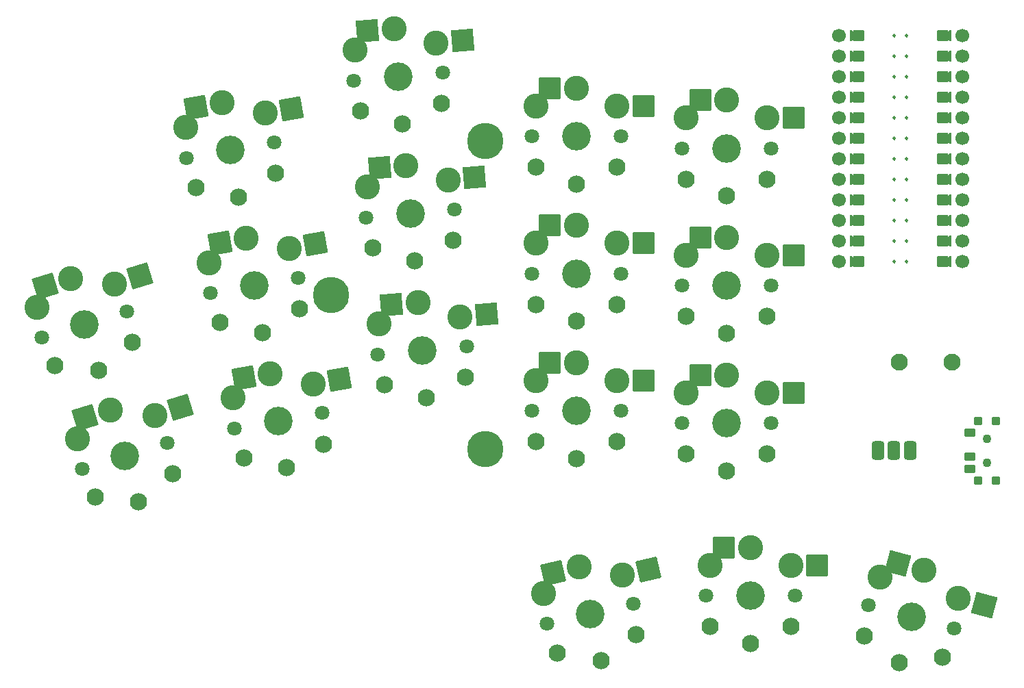
<source format=gbs>
%TF.GenerationSoftware,KiCad,Pcbnew,(6.0.4)*%
%TF.CreationDate,2022-05-26T21:53:47+02:00*%
%TF.ProjectId,batta,62617474-612e-46b6-9963-61645f706362,v1.0.0*%
%TF.SameCoordinates,Original*%
%TF.FileFunction,Soldermask,Bot*%
%TF.FilePolarity,Negative*%
%FSLAX46Y46*%
G04 Gerber Fmt 4.6, Leading zero omitted, Abs format (unit mm)*
G04 Created by KiCad (PCBNEW (6.0.4)) date 2022-05-26 21:53:47*
%MOMM*%
%LPD*%
G01*
G04 APERTURE LIST*
G04 Aperture macros list*
%AMRoundRect*
0 Rectangle with rounded corners*
0 $1 Rounding radius*
0 $2 $3 $4 $5 $6 $7 $8 $9 X,Y pos of 4 corners*
0 Add a 4 corners polygon primitive as box body*
4,1,4,$2,$3,$4,$5,$6,$7,$8,$9,$2,$3,0*
0 Add four circle primitives for the rounded corners*
1,1,$1+$1,$2,$3*
1,1,$1+$1,$4,$5*
1,1,$1+$1,$6,$7*
1,1,$1+$1,$8,$9*
0 Add four rect primitives between the rounded corners*
20,1,$1+$1,$2,$3,$4,$5,0*
20,1,$1+$1,$4,$5,$6,$7,0*
20,1,$1+$1,$6,$7,$8,$9,0*
20,1,$1+$1,$8,$9,$2,$3,0*%
%AMFreePoly0*
4,1,14,0.635355,0.435355,0.650000,0.400000,0.650000,0.200000,0.635355,0.164645,0.035355,-0.435355,0.000000,-0.450000,-0.035355,-0.435355,-0.635355,0.164645,-0.650000,0.200000,-0.650000,0.400000,-0.635355,0.435355,-0.600000,0.450000,0.600000,0.450000,0.635355,0.435355,0.635355,0.435355,$1*%
%AMFreePoly1*
4,1,16,0.635355,1.035355,0.650000,1.000000,0.650000,-0.250000,0.635355,-0.285355,0.600000,-0.300000,-0.600000,-0.300000,-0.635355,-0.285355,-0.650000,-0.250000,-0.650000,1.000000,-0.635355,1.035355,-0.600000,1.050000,-0.564645,1.035355,0.000000,0.470710,0.564645,1.035355,0.600000,1.050000,0.635355,1.035355,0.635355,1.035355,$1*%
G04 Aperture macros list end*
%ADD10C,0.250000*%
%ADD11C,0.100000*%
%ADD12RoundRect,0.425000X-0.375000X-0.750000X0.375000X-0.750000X0.375000X0.750000X-0.375000X0.750000X0*%
%ADD13C,2.100000*%
%ADD14C,3.100000*%
%ADD15C,1.801800*%
%ADD16C,3.529000*%
%ADD17RoundRect,0.050000X-1.054507X-1.505993X1.505993X-1.054507X1.054507X1.505993X-1.505993X1.054507X0*%
%ADD18C,2.132000*%
%ADD19RoundRect,0.050000X-1.181751X-1.408356X1.408356X-1.181751X1.181751X1.408356X-1.408356X1.181751X0*%
%ADD20RoundRect,0.050000X-1.300000X-1.300000X1.300000X-1.300000X1.300000X1.300000X-1.300000X1.300000X0*%
%ADD21RoundRect,0.050000X-1.592168X-0.919239X0.919239X-1.592168X1.592168X0.919239X-0.919239X1.592168X0*%
%ADD22RoundRect,0.050000X-0.450000X0.450000X-0.450000X-0.450000X0.450000X-0.450000X0.450000X0.450000X0*%
%ADD23C,1.100000*%
%ADD24RoundRect,0.050000X-0.625000X0.450000X-0.625000X-0.450000X0.625000X-0.450000X0.625000X0.450000X0*%
%ADD25RoundRect,0.050000X-0.974245X-1.559117X1.559117X-0.974245X0.974245X1.559117X-1.559117X0.974245X0*%
%ADD26RoundRect,0.050000X-0.863113X-1.623279X1.623279X-0.863113X0.863113X1.623279X-1.623279X0.863113X0*%
%ADD27C,4.500000*%
%ADD28FreePoly0,270.000000*%
%ADD29C,1.700000*%
%ADD30FreePoly0,90.000000*%
%ADD31FreePoly1,90.000000*%
%ADD32FreePoly1,270.000000*%
G04 APERTURE END LIST*
D10*
%TO.C,*%
X154811000Y114046000D02*
G75*
G03*
X154811000Y114046000I-125000J0D01*
G01*
X156335000Y98806000D02*
G75*
G03*
X156335000Y98806000I-125000J0D01*
G01*
X154811000Y106426000D02*
G75*
G03*
X154811000Y106426000I-125000J0D01*
G01*
X156335000Y96266000D02*
G75*
G03*
X156335000Y96266000I-125000J0D01*
G01*
X154811000Y98806000D02*
G75*
G03*
X154811000Y98806000I-125000J0D01*
G01*
X154811000Y91186000D02*
G75*
G03*
X154811000Y91186000I-125000J0D01*
G01*
X156335000Y106426000D02*
G75*
G03*
X156335000Y106426000I-125000J0D01*
G01*
X154811000Y93726000D02*
G75*
G03*
X154811000Y93726000I-125000J0D01*
G01*
X156335000Y93726000D02*
G75*
G03*
X156335000Y93726000I-125000J0D01*
G01*
X154811000Y108966000D02*
G75*
G03*
X154811000Y108966000I-125000J0D01*
G01*
X154811000Y116586000D02*
G75*
G03*
X154811000Y116586000I-125000J0D01*
G01*
X154811000Y103886000D02*
G75*
G03*
X154811000Y103886000I-125000J0D01*
G01*
X156335000Y119126000D02*
G75*
G03*
X156335000Y119126000I-125000J0D01*
G01*
X156335000Y111506000D02*
G75*
G03*
X156335000Y111506000I-125000J0D01*
G01*
X156335000Y116586000D02*
G75*
G03*
X156335000Y116586000I-125000J0D01*
G01*
X154811000Y101346000D02*
G75*
G03*
X154811000Y101346000I-125000J0D01*
G01*
X154811000Y96266000D02*
G75*
G03*
X154811000Y96266000I-125000J0D01*
G01*
X154811000Y119126000D02*
G75*
G03*
X154811000Y119126000I-125000J0D01*
G01*
X156335000Y108966000D02*
G75*
G03*
X156335000Y108966000I-125000J0D01*
G01*
X156335000Y101346000D02*
G75*
G03*
X156335000Y101346000I-125000J0D01*
G01*
X156335000Y114046000D02*
G75*
G03*
X156335000Y114046000I-125000J0D01*
G01*
X154811000Y111506000D02*
G75*
G03*
X154811000Y111506000I-125000J0D01*
G01*
X156335000Y103886000D02*
G75*
G03*
X156335000Y103886000I-125000J0D01*
G01*
X156335000Y91186000D02*
G75*
G03*
X156335000Y91186000I-125000J0D01*
G01*
G36*
X150368000Y103378000D02*
G01*
X149352000Y103378000D01*
X149352000Y104394000D01*
X150368000Y104394000D01*
X150368000Y103378000D01*
G37*
D11*
X150368000Y103378000D02*
X149352000Y103378000D01*
X149352000Y104394000D01*
X150368000Y104394000D01*
X150368000Y103378000D01*
G36*
X150368000Y93218000D02*
G01*
X149352000Y93218000D01*
X149352000Y94234000D01*
X150368000Y94234000D01*
X150368000Y93218000D01*
G37*
X150368000Y93218000D02*
X149352000Y93218000D01*
X149352000Y94234000D01*
X150368000Y94234000D01*
X150368000Y93218000D01*
G36*
X161544000Y100838000D02*
G01*
X160528000Y100838000D01*
X160528000Y101854000D01*
X161544000Y101854000D01*
X161544000Y100838000D01*
G37*
X161544000Y100838000D02*
X160528000Y100838000D01*
X160528000Y101854000D01*
X161544000Y101854000D01*
X161544000Y100838000D01*
G36*
X161544000Y118618000D02*
G01*
X160528000Y118618000D01*
X160528000Y119634000D01*
X161544000Y119634000D01*
X161544000Y118618000D01*
G37*
X161544000Y118618000D02*
X160528000Y118618000D01*
X160528000Y119634000D01*
X161544000Y119634000D01*
X161544000Y118618000D01*
G36*
X150368000Y90678000D02*
G01*
X149352000Y90678000D01*
X149352000Y91694000D01*
X150368000Y91694000D01*
X150368000Y90678000D01*
G37*
X150368000Y90678000D02*
X149352000Y90678000D01*
X149352000Y91694000D01*
X150368000Y91694000D01*
X150368000Y90678000D01*
G36*
X161544000Y116078000D02*
G01*
X160528000Y116078000D01*
X160528000Y117094000D01*
X161544000Y117094000D01*
X161544000Y116078000D01*
G37*
X161544000Y116078000D02*
X160528000Y116078000D01*
X160528000Y117094000D01*
X161544000Y117094000D01*
X161544000Y116078000D01*
G36*
X150368000Y98298000D02*
G01*
X149352000Y98298000D01*
X149352000Y99314000D01*
X150368000Y99314000D01*
X150368000Y98298000D01*
G37*
X150368000Y98298000D02*
X149352000Y98298000D01*
X149352000Y99314000D01*
X150368000Y99314000D01*
X150368000Y98298000D01*
G36*
X161544000Y103378000D02*
G01*
X160528000Y103378000D01*
X160528000Y104394000D01*
X161544000Y104394000D01*
X161544000Y103378000D01*
G37*
X161544000Y103378000D02*
X160528000Y103378000D01*
X160528000Y104394000D01*
X161544000Y104394000D01*
X161544000Y103378000D01*
G36*
X161544000Y98298000D02*
G01*
X160528000Y98298000D01*
X160528000Y99314000D01*
X161544000Y99314000D01*
X161544000Y98298000D01*
G37*
X161544000Y98298000D02*
X160528000Y98298000D01*
X160528000Y99314000D01*
X161544000Y99314000D01*
X161544000Y98298000D01*
G36*
X161544000Y105918000D02*
G01*
X160528000Y105918000D01*
X160528000Y106934000D01*
X161544000Y106934000D01*
X161544000Y105918000D01*
G37*
X161544000Y105918000D02*
X160528000Y105918000D01*
X160528000Y106934000D01*
X161544000Y106934000D01*
X161544000Y105918000D01*
G36*
X150368000Y113538000D02*
G01*
X149352000Y113538000D01*
X149352000Y114554000D01*
X150368000Y114554000D01*
X150368000Y113538000D01*
G37*
X150368000Y113538000D02*
X149352000Y113538000D01*
X149352000Y114554000D01*
X150368000Y114554000D01*
X150368000Y113538000D01*
G36*
X150368000Y108458000D02*
G01*
X149352000Y108458000D01*
X149352000Y109474000D01*
X150368000Y109474000D01*
X150368000Y108458000D01*
G37*
X150368000Y108458000D02*
X149352000Y108458000D01*
X149352000Y109474000D01*
X150368000Y109474000D01*
X150368000Y108458000D01*
G36*
X161544000Y95758000D02*
G01*
X160528000Y95758000D01*
X160528000Y96774000D01*
X161544000Y96774000D01*
X161544000Y95758000D01*
G37*
X161544000Y95758000D02*
X160528000Y95758000D01*
X160528000Y96774000D01*
X161544000Y96774000D01*
X161544000Y95758000D01*
G36*
X150368000Y110998000D02*
G01*
X149352000Y110998000D01*
X149352000Y112014000D01*
X150368000Y112014000D01*
X150368000Y110998000D01*
G37*
X150368000Y110998000D02*
X149352000Y110998000D01*
X149352000Y112014000D01*
X150368000Y112014000D01*
X150368000Y110998000D01*
G36*
X150368000Y95758000D02*
G01*
X149352000Y95758000D01*
X149352000Y96774000D01*
X150368000Y96774000D01*
X150368000Y95758000D01*
G37*
X150368000Y95758000D02*
X149352000Y95758000D01*
X149352000Y96774000D01*
X150368000Y96774000D01*
X150368000Y95758000D01*
G36*
X161544000Y93218000D02*
G01*
X160528000Y93218000D01*
X160528000Y94234000D01*
X161544000Y94234000D01*
X161544000Y93218000D01*
G37*
X161544000Y93218000D02*
X160528000Y93218000D01*
X160528000Y94234000D01*
X161544000Y94234000D01*
X161544000Y93218000D01*
G36*
X161544000Y108458000D02*
G01*
X160528000Y108458000D01*
X160528000Y109474000D01*
X161544000Y109474000D01*
X161544000Y108458000D01*
G37*
X161544000Y108458000D02*
X160528000Y108458000D01*
X160528000Y109474000D01*
X161544000Y109474000D01*
X161544000Y108458000D01*
G36*
X150368000Y116078000D02*
G01*
X149352000Y116078000D01*
X149352000Y117094000D01*
X150368000Y117094000D01*
X150368000Y116078000D01*
G37*
X150368000Y116078000D02*
X149352000Y116078000D01*
X149352000Y117094000D01*
X150368000Y117094000D01*
X150368000Y116078000D01*
G36*
X161544000Y90678000D02*
G01*
X160528000Y90678000D01*
X160528000Y91694000D01*
X161544000Y91694000D01*
X161544000Y90678000D01*
G37*
X161544000Y90678000D02*
X160528000Y90678000D01*
X160528000Y91694000D01*
X161544000Y91694000D01*
X161544000Y90678000D01*
G36*
X161544000Y110998000D02*
G01*
X160528000Y110998000D01*
X160528000Y112014000D01*
X161544000Y112014000D01*
X161544000Y110998000D01*
G37*
X161544000Y110998000D02*
X160528000Y110998000D01*
X160528000Y112014000D01*
X161544000Y112014000D01*
X161544000Y110998000D01*
G36*
X161544000Y113538000D02*
G01*
X160528000Y113538000D01*
X160528000Y114554000D01*
X161544000Y114554000D01*
X161544000Y113538000D01*
G37*
X161544000Y113538000D02*
X160528000Y113538000D01*
X160528000Y114554000D01*
X161544000Y114554000D01*
X161544000Y113538000D01*
G36*
X150368000Y118618000D02*
G01*
X149352000Y118618000D01*
X149352000Y119634000D01*
X150368000Y119634000D01*
X150368000Y118618000D01*
G37*
X150368000Y118618000D02*
X149352000Y118618000D01*
X149352000Y119634000D01*
X150368000Y119634000D01*
X150368000Y118618000D01*
G36*
X150368000Y105918000D02*
G01*
X149352000Y105918000D01*
X149352000Y106934000D01*
X150368000Y106934000D01*
X150368000Y105918000D01*
G37*
X150368000Y105918000D02*
X149352000Y105918000D01*
X149352000Y106934000D01*
X150368000Y106934000D01*
X150368000Y105918000D01*
G36*
X150368000Y100838000D02*
G01*
X149352000Y100838000D01*
X149352000Y101854000D01*
X150368000Y101854000D01*
X150368000Y100838000D01*
G37*
X150368000Y100838000D02*
X149352000Y100838000D01*
X149352000Y101854000D01*
X150368000Y101854000D01*
X150368000Y100838000D01*
%TD*%
D12*
%TO.C,PAD1*%
X152654000Y67794000D03*
X156654000Y67794000D03*
X154654000Y67794000D03*
%TD*%
D13*
%TO.C,B1*%
X161798000Y78740000D03*
X155298000Y78740000D03*
%TD*%
D14*
%TO.C,S11*%
X76973296Y109514099D03*
X71667231Y110812436D03*
D15*
X78116881Y105907895D03*
X67283995Y103997765D03*
D16*
X72700438Y104952830D03*
D14*
X67125219Y107777617D03*
D17*
X68441985Y110243738D03*
D18*
X78284340Y102078801D03*
X68436262Y100342320D03*
D17*
X80198542Y110082797D03*
D18*
X73724962Y99142464D03*
%TD*%
D15*
%TO.C,S15*%
X100384204Y97593524D03*
D16*
X94905133Y97114167D03*
D14*
X89597326Y100414117D03*
X99559273Y101285675D03*
D15*
X89426062Y96634810D03*
D14*
X94386556Y103041525D03*
D18*
X100217298Y93764406D03*
D19*
X91124018Y102756090D03*
D18*
X90255351Y92892848D03*
X95419352Y91236618D03*
D19*
X102821810Y101571110D03*
%TD*%
D15*
%TO.C,S21*%
X109911087Y89686017D03*
D16*
X115411087Y89686017D03*
D15*
X120911087Y89686017D03*
D14*
X110411087Y93436016D03*
X120411087Y93436016D03*
X115411087Y95636017D03*
D18*
X120411087Y85886017D03*
D20*
X112136086Y95636017D03*
D18*
X110411087Y85886017D03*
D20*
X123686087Y93436016D03*
D18*
X115411087Y83786017D03*
%TD*%
D20*
%TO.C,S29*%
X142260000Y108927999D03*
D18*
X133985000Y99278000D03*
X138985000Y101378000D03*
D20*
X130709999Y111128000D03*
D18*
X128985000Y101378000D03*
D14*
X138985000Y108927999D03*
D16*
X133985000Y105178000D03*
D15*
X139485000Y105178000D03*
D14*
X128985000Y108927999D03*
D15*
X128485000Y105178000D03*
D14*
X133985000Y111128000D03*
%TD*%
%TO.C,S33*%
X162599493Y49551124D03*
X158339266Y52970257D03*
D15*
X151486701Y48646503D03*
X162111885Y45799493D03*
D16*
X156799293Y47222998D03*
D14*
X152940235Y52139314D03*
D18*
X150986151Y44846575D03*
D21*
X155175858Y53817889D03*
D18*
X160645410Y42258385D03*
X155272261Y41524036D03*
D21*
X165762900Y48703491D03*
%TD*%
D15*
%TO.C,S7*%
X73188033Y70514301D03*
D14*
X73029257Y74294153D03*
D16*
X78604476Y71469366D03*
D15*
X84020919Y72424431D03*
D14*
X82877334Y76030635D03*
X77571269Y77328972D03*
D17*
X74346023Y76760274D03*
D18*
X74340300Y66858856D03*
X84188378Y68595337D03*
X79629000Y65659000D03*
D17*
X86102580Y76599333D03*
%TD*%
D22*
%TO.C,T2*%
X167216000Y64082000D03*
X167216000Y71482000D03*
X165016000Y64082000D03*
X165016000Y71482000D03*
D23*
X166116000Y69282000D03*
X166116000Y66282000D03*
D24*
X164041000Y70032000D03*
X164041000Y67032000D03*
X164041000Y65532000D03*
%TD*%
D15*
%TO.C,S1*%
X111747063Y46359988D03*
X122465133Y48834450D03*
D14*
X115767639Y53394721D03*
D16*
X117106098Y47597219D03*
D14*
X121134382Y52375861D03*
X111390681Y50126350D03*
D18*
X113089062Y42769857D03*
X122832762Y45019368D03*
D25*
X112576576Y52658006D03*
D18*
X118433309Y41848436D03*
D25*
X124325444Y53112576D03*
%TD*%
D14*
%TO.C,S5*%
X48785089Y85490480D03*
D15*
X59922682Y84974241D03*
D14*
X52923394Y89056210D03*
D16*
X54663006Y83366197D03*
D15*
X49403330Y81758153D03*
D14*
X58348136Y88414197D03*
D18*
X50992495Y78270380D03*
D26*
X49791495Y88098693D03*
D18*
X60555542Y81194097D03*
X56387999Y77723999D03*
D26*
X61480034Y89371715D03*
%TD*%
D15*
%TO.C,S27*%
X128485000Y88178000D03*
D14*
X128985000Y91927999D03*
D16*
X133985000Y88178000D03*
D14*
X138985000Y91927999D03*
D15*
X139485000Y88178000D03*
D14*
X133985000Y94128000D03*
D18*
X138985000Y84378000D03*
D20*
X130709999Y94128000D03*
D18*
X128985000Y84378000D03*
D20*
X142260000Y91927999D03*
D18*
X133985000Y82278000D03*
%TD*%
%TO.C,S9*%
X76676981Y82400732D03*
D17*
X83150561Y93341065D03*
X71394004Y93502006D03*
D18*
X81236359Y85337069D03*
X71388281Y83600588D03*
D14*
X70077238Y91035885D03*
D16*
X75652457Y88211098D03*
D14*
X74619250Y94070704D03*
D15*
X81068900Y89166163D03*
X70236014Y87256033D03*
D14*
X79925315Y92772367D03*
%TD*%
%TO.C,S13*%
X101040921Y84350365D03*
D16*
X96386781Y80178857D03*
D15*
X101865852Y80658214D03*
X90907710Y79699500D03*
D14*
X91078974Y83478807D03*
X95868204Y86106215D03*
D19*
X92605666Y85820780D03*
D18*
X91736999Y75957538D03*
X101698946Y76829096D03*
X96901000Y74301308D03*
D19*
X104303458Y84635800D03*
%TD*%
D14*
%TO.C,S17*%
X98077626Y118220985D03*
X88115679Y117349427D03*
D15*
X87944415Y113570120D03*
D14*
X92904909Y119976835D03*
D16*
X93423486Y114049477D03*
D15*
X98902557Y114528834D03*
D18*
X88773704Y109828158D03*
X98735651Y110699716D03*
D19*
X89642371Y119691400D03*
D18*
X93937705Y108171928D03*
D19*
X101340163Y118506420D03*
%TD*%
D27*
%TO.C,REF\u002A\u002A*%
X85090000Y86995000D03*
X104140000Y106045000D03*
X104140000Y67945000D03*
%TD*%
D15*
%TO.C,S31*%
X142405999Y49842001D03*
D14*
X131905999Y53592000D03*
D15*
X131405999Y49842001D03*
D14*
X136905999Y55792001D03*
D16*
X136905999Y49842001D03*
D14*
X141905999Y53592000D03*
D18*
X141905999Y46042001D03*
D20*
X133630998Y55792001D03*
D18*
X131905999Y46042001D03*
D20*
X145180999Y53592000D03*
D18*
X136905999Y43942001D03*
%TD*%
D14*
%TO.C,S3*%
X57893713Y72799029D03*
X53755408Y69233299D03*
X63318455Y72157016D03*
D15*
X64893001Y68717060D03*
D16*
X59633325Y67109016D03*
D15*
X54373649Y65500972D03*
D18*
X55962814Y62013199D03*
X65525861Y64936916D03*
D26*
X54761814Y71841512D03*
D18*
X61358318Y61466818D03*
D26*
X66450353Y73114534D03*
%TD*%
D28*
%TO.C,*%
X161290000Y119126000D03*
D29*
X147828000Y98806000D03*
X147828000Y91186000D03*
X163068000Y96266000D03*
X163068000Y111506000D03*
X147828000Y103886000D03*
D28*
X161290000Y91186000D03*
X161290000Y114046000D03*
X161290000Y108966000D03*
D29*
X147828000Y101346000D03*
D28*
X161290000Y103886000D03*
D30*
X149606000Y119126000D03*
D29*
X163068000Y103886000D03*
D30*
X149606000Y116586000D03*
D29*
X163068000Y93726000D03*
X163068000Y101346000D03*
D28*
X161290000Y111506000D03*
D30*
X149606000Y96266000D03*
D29*
X147828000Y93726000D03*
X163068000Y98806000D03*
X163068000Y114046000D03*
X163068000Y108966000D03*
X147828000Y111506000D03*
D30*
X149606000Y111506000D03*
D28*
X161290000Y116586000D03*
D30*
X149606000Y91186000D03*
X149606000Y103886000D03*
D29*
X163068000Y119126000D03*
D30*
X149606000Y108966000D03*
D29*
X147828000Y119126000D03*
X147828000Y116586000D03*
D28*
X161290000Y106426000D03*
X161290000Y101346000D03*
D29*
X147828000Y96266000D03*
X147828000Y114046000D03*
D30*
X149606000Y93726000D03*
X149606000Y101346000D03*
D29*
X163068000Y91186000D03*
D28*
X161290000Y96266000D03*
D30*
X149606000Y98806000D03*
D29*
X163068000Y106426000D03*
X147828000Y108966000D03*
D30*
X149606000Y106426000D03*
D29*
X163068000Y116586000D03*
D30*
X149606000Y114046000D03*
D28*
X161290000Y93726000D03*
X161290000Y98806000D03*
D29*
X147828000Y106426000D03*
D31*
X150622000Y119126000D03*
X150622000Y116586000D03*
X150622000Y114046000D03*
X150622000Y111506000D03*
X150622000Y108966000D03*
X150622000Y106426000D03*
X150622000Y103886000D03*
X150622000Y101346000D03*
X150622000Y98806000D03*
X150622000Y96266000D03*
X150622000Y93726000D03*
X150622000Y91186000D03*
D32*
X160274000Y91186000D03*
X160274000Y93726000D03*
X160274000Y96266000D03*
X160274000Y98806000D03*
X160274000Y101346000D03*
X160274000Y103886000D03*
X160274000Y106426000D03*
X160274000Y108966000D03*
X160274000Y111506000D03*
X160274000Y114046000D03*
X160274000Y116586000D03*
X160274000Y119126000D03*
%TD*%
D14*
%TO.C,S23*%
X110411087Y110436016D03*
X120411087Y110436016D03*
X115411087Y112636017D03*
D15*
X109911087Y106686017D03*
X120911087Y106686017D03*
D16*
X115411087Y106686017D03*
D20*
X112136086Y112636017D03*
D18*
X110411087Y102886017D03*
X120411087Y102886017D03*
X115411087Y100786017D03*
D20*
X123686087Y110436016D03*
%TD*%
D16*
%TO.C,S25*%
X133985000Y71178000D03*
D14*
X128985000Y74927999D03*
D15*
X139485000Y71178000D03*
D14*
X133985000Y77128000D03*
X138985000Y74927999D03*
D15*
X128485000Y71178000D03*
D18*
X138985000Y67378000D03*
D20*
X130709999Y77128000D03*
D18*
X128985000Y67378000D03*
D20*
X142260000Y74927999D03*
D18*
X133985000Y65278000D03*
%TD*%
D14*
%TO.C,S19*%
X110411087Y76436016D03*
D15*
X120911087Y72686017D03*
D14*
X115411087Y78636017D03*
D16*
X115411087Y72686017D03*
D14*
X120411087Y76436016D03*
D15*
X109911087Y72686017D03*
D20*
X112136086Y78636017D03*
D18*
X110411087Y68886017D03*
X120411087Y68886017D03*
D20*
X123686087Y76436016D03*
D18*
X115411087Y66786017D03*
%TD*%
M02*

</source>
